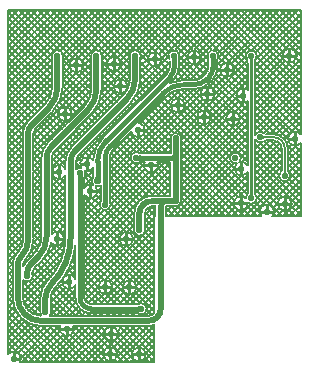
<source format=gbl>
G04 Layer_Physical_Order=2*
G04 Layer_Color=16711680*
%FSLAX24Y24*%
%MOIN*%
G70*
G01*
G75*
%ADD10C,0.0050*%
%ADD11C,0.0200*%
%ADD12C,0.0100*%
%ADD13C,0.0150*%
%ADD40C,0.0220*%
%ADD41C,0.0200*%
G36*
X3180Y6312D02*
X3180Y6245D01*
X3027Y6252D01*
X3027Y6253D01*
X3028Y6256D01*
X3028Y6259D01*
X3029Y6271D01*
X3030Y6321D01*
X3180Y6312D01*
D02*
G37*
G36*
X2597Y6350D02*
X2596Y6348D01*
X2596Y6345D01*
X2595Y6317D01*
X2595Y6284D01*
X2445D01*
X2443Y6351D01*
X2597D01*
X2597Y6350D01*
D02*
G37*
G36*
X9375Y6510D02*
X9375Y6502D01*
X9377Y6493D01*
X9379Y6484D01*
X9383Y6474D01*
X9387Y6465D01*
X9393Y6455D01*
X9399Y6444D01*
X9415Y6423D01*
X9424Y6411D01*
X9270Y6425D01*
X9281Y6434D01*
X9290Y6443D01*
X9298Y6452D01*
X9305Y6461D01*
X9311Y6470D01*
X9316Y6479D01*
X9320Y6488D01*
X9323Y6497D01*
X9324Y6506D01*
X9325Y6515D01*
X9375Y6510D01*
D02*
G37*
G36*
X4481Y1836D02*
X4480Y1837D01*
X4478Y1837D01*
X4475Y1837D01*
X4447Y1838D01*
X4414Y1838D01*
Y1988D01*
X4481Y1990D01*
Y1836D01*
D02*
G37*
G36*
X3440Y5522D02*
X3440Y5455D01*
X3287Y5462D01*
X3287Y5463D01*
X3288Y5466D01*
X3288Y5469D01*
X3289Y5481D01*
X3290Y5531D01*
X3440Y5522D01*
D02*
G37*
G36*
X8280Y5753D02*
X8282Y5732D01*
X8284Y5722D01*
X8287Y5713D01*
X8290Y5705D01*
X8293Y5697D01*
X8297Y5690D01*
X8302Y5684D01*
X8307Y5679D01*
X8153D01*
X8158Y5684D01*
X8163Y5690D01*
X8167Y5697D01*
X8170Y5705D01*
X8173Y5713D01*
X8176Y5722D01*
X8178Y5732D01*
X8179Y5742D01*
X8180Y5753D01*
X8180Y5764D01*
X8280D01*
X8280Y5753D01*
D02*
G37*
G36*
X8282Y10275D02*
X8282Y10271D01*
X8307D01*
X8302Y10266D01*
X8297Y10260D01*
X8293Y10253D01*
X8290Y10245D01*
X8287Y10237D01*
X8284Y10228D01*
X8282Y10218D01*
X8281Y10208D01*
X8281Y10203D01*
X8280Y10124D01*
X8180D01*
X8178Y10212D01*
X8178Y10218D01*
X8176Y10228D01*
X8173Y10237D01*
X8170Y10245D01*
X8167Y10253D01*
X8163Y10260D01*
X8158Y10266D01*
X8153Y10271D01*
X8177D01*
X8177Y10277D01*
X8283D01*
X8282Y10275D01*
D02*
G37*
G36*
X5735Y10214D02*
X5585Y10195D01*
X5585Y10208D01*
X5581Y10263D01*
X5580Y10265D01*
X5734Y10279D01*
X5735Y10214D01*
D02*
G37*
G36*
X7027Y10270D02*
X7026Y10268D01*
X7026Y10265D01*
X7025Y10237D01*
X7025Y10204D01*
X6875D01*
X6873Y10271D01*
X7027D01*
X7027Y10270D01*
D02*
G37*
G36*
X4480Y7027D02*
X4482Y7026D01*
X4485Y7026D01*
X4513Y7025D01*
X4546Y7025D01*
Y6875D01*
X4479Y6873D01*
Y7027D01*
X4480Y7027D01*
D02*
G37*
G36*
X5641Y6873D02*
X5640Y6873D01*
X5638Y6874D01*
X5635Y6874D01*
X5607Y6875D01*
X5574Y6875D01*
Y7025D01*
X5641Y7027D01*
Y6873D01*
D02*
G37*
G36*
X8619Y7697D02*
X8638Y7680D01*
X8648Y7674D01*
X8658Y7668D01*
X8667Y7663D01*
X8676Y7660D01*
X8685Y7657D01*
X8694Y7656D01*
X8703Y7655D01*
Y7605D01*
X8694Y7604D01*
X8685Y7603D01*
X8676Y7600D01*
X8667Y7597D01*
X8658Y7592D01*
X8648Y7586D01*
X8638Y7580D01*
X8629Y7572D01*
X8619Y7563D01*
X8609Y7553D01*
Y7707D01*
X8619Y7697D01*
D02*
G37*
D10*
X9340Y6340D02*
G03*
X9350Y6350I0J10D01*
G01*
Y7250D02*
G03*
X8970Y7630I-380J0D01*
G01*
X5720Y6940D02*
G03*
X5696Y6950I-24J-24D01*
G01*
X509Y125D02*
G03*
X545Y250I-199J125D01*
G01*
D02*
G03*
X125Y395I-235J0D01*
G01*
X275Y2280D02*
G03*
X1220Y1335I945J0D01*
G01*
X625Y2280D02*
G03*
X1220Y1685I595J0D01*
G01*
X1515D02*
G03*
X1555Y1800I-145J115D01*
G01*
X1195Y1860D02*
G03*
X1225Y1685I175J-60D01*
G01*
X1555Y1800D02*
G03*
X1545Y1860I-185J0D01*
G01*
X945Y3000D02*
G03*
X935Y3060I-185J0D01*
G01*
X625Y2874D02*
G03*
X945Y3000I135J126D01*
G01*
X935Y3097D02*
G03*
X932Y3131I-175J0D01*
G01*
X935Y3097D02*
G03*
X932Y3131I-175J0D01*
G01*
X994Y3256D02*
G03*
X932Y3131I154J-154D01*
G01*
X1694Y2616D02*
G03*
X1545Y2257I359J-359D01*
G01*
X1446Y2864D02*
G03*
X1195Y2257I607J-607D01*
G01*
X446Y3794D02*
G03*
X275Y3380I413J-413D01*
G01*
X746Y3504D02*
G03*
X625Y3324I401J-401D01*
G01*
X694Y3546D02*
G03*
X625Y3380I166J-166D01*
G01*
X694Y3546D02*
G03*
X965Y4200I-655J655D01*
G01*
X446Y3794D02*
G03*
X615Y4200I-407J407D01*
G01*
X615Y4320D02*
G03*
X615Y4200I175J-60D01*
G01*
X1241Y3503D02*
G03*
X1563Y4108I-831J831D01*
G01*
X993Y3751D02*
G03*
X1235Y4334I-583J583D01*
G01*
X1563Y4108D02*
G03*
X1985Y4250I187J142D01*
G01*
X965Y4200D02*
G03*
X975Y4260I-175J60D01*
G01*
D02*
G03*
X965Y4320I-185J0D01*
G01*
X1985Y4250D02*
G03*
X1585Y4417I-235J0D01*
G01*
X1865Y1335D02*
G03*
X2315Y1240I215J-95D01*
G01*
D02*
G03*
X2295Y1335I-235J0D01*
G01*
X2370Y2280D02*
G03*
X2887Y1763I517J0D01*
G01*
X3765Y400D02*
G03*
X3765Y400I-235J0D01*
G01*
X3795Y1080D02*
G03*
X3795Y1080I-235J0D01*
G01*
X2670Y2280D02*
G03*
X2887Y2063I217J0D01*
G01*
X1694Y2616D02*
G03*
X2370Y4019I-1669J1669D01*
G01*
X1447Y2864D02*
G03*
X2035Y4284I-1422J1421D01*
G01*
X2370Y2915D02*
G03*
X2370Y2705I-210J-105D01*
G01*
X2035Y5240D02*
G03*
X2035Y5120I175J-60D01*
G01*
X3595Y2640D02*
G03*
X3595Y2640I-235J0D01*
G01*
X3213Y5492D02*
G03*
X3545Y5380I147J-112D01*
G01*
X615Y6540D02*
G03*
X615Y6420I175J-60D01*
G01*
X965D02*
G03*
X975Y6480I-175J60D01*
G01*
D02*
G03*
X965Y6540I-185J0D01*
G01*
X1235Y6640D02*
G03*
X1235Y6520I175J-60D01*
G01*
X1585D02*
G03*
X1595Y6580I-175J60D01*
G01*
X2035Y6585D02*
G03*
X2035Y6355I-205J-115D01*
G01*
X1595Y6580D02*
G03*
X1585Y6640I-185J0D01*
G01*
X1436Y7434D02*
G03*
X1235Y6948I486J-486D01*
G01*
X1683Y7186D02*
G03*
X1585Y6948I239J-238D01*
G01*
X2228Y7295D02*
G03*
X2035Y6830I465J-465D01*
G01*
X1034Y7914D02*
G03*
X965Y7748I166J-166D01*
G01*
X786Y8161D02*
G03*
X615Y7748I413J-413D01*
G01*
X2255Y8400D02*
G03*
X2255Y8400I-235J0D01*
G01*
X1353Y8728D02*
G03*
X1595Y9312I-583J583D01*
G01*
X1601Y8481D02*
G03*
X1945Y9312I-831J831D01*
G01*
X1955Y10350D02*
G03*
X1595Y10290I-185J0D01*
G01*
X1945D02*
G03*
X1955Y10350I-175J60D01*
G01*
X2672Y6324D02*
G03*
X2705Y6430I-152J106D01*
G01*
X2565Y6610D02*
G03*
X2385Y6556I-45J-180D01*
G01*
X2705Y6430D02*
G03*
X2683Y6518I-185J0D01*
G01*
X2670Y5707D02*
G03*
X3105Y5830I200J123D01*
G01*
X2963Y6046D02*
G03*
X2670Y5953I-93J-216D01*
G01*
X2683Y6518D02*
G03*
X2955Y6609I77J222D01*
G01*
X2475Y7048D02*
G03*
X2385Y6830I218J-218D01*
G01*
X2956Y6869D02*
G03*
X2565Y6610I-196J-129D01*
G01*
X3105Y5830D02*
G03*
X3036Y5996I-235J0D01*
G01*
D02*
G03*
X3215Y6025I64J174D01*
G01*
X2953Y6282D02*
G03*
X2963Y6046I147J-112D01*
G01*
X3292Y7624D02*
G03*
X2956Y6869I813J-813D01*
G01*
X3636Y7234D02*
G03*
X3515Y6942I293J-292D01*
G01*
X2635Y10030D02*
G03*
X2635Y10030I-235J0D01*
G01*
X2901Y8403D02*
G03*
X3245Y9234I-831J831D01*
G01*
X2653Y8651D02*
G03*
X2895Y9234I-583J583D01*
G01*
X3255Y10350D02*
G03*
X2895Y10290I-185J0D01*
G01*
X3885Y10070D02*
G03*
X3885Y10070I-235J0D01*
G01*
X3245Y10290D02*
G03*
X3255Y10350I-175J60D01*
G01*
X4405Y2630D02*
G03*
X4405Y2630I-235J0D01*
G01*
X4715Y390D02*
G03*
X4715Y390I-235J0D01*
G01*
X4745Y1913D02*
G03*
X4456Y2066I-185J0D01*
G01*
X4454Y1762D02*
G03*
X4745Y1913I106J152D01*
G01*
X4810Y1335D02*
G03*
X5000Y1367I0J575D01*
G01*
X4810Y1685D02*
G03*
X5000Y1789I0J225D01*
G01*
X4295Y4240D02*
G03*
X4295Y4240I-235J0D01*
G01*
X4328Y4583D02*
G03*
X4688Y4523I175J-60D01*
G01*
X3545Y5380D02*
G03*
X3517Y5478I-185J0D01*
G01*
X4506Y7102D02*
G03*
X4504Y6797I-106J-152D01*
G01*
X4918Y5680D02*
G03*
X4328Y5090I0J-590D01*
G01*
X4682Y6800D02*
G03*
X5125Y6690I208J-110D01*
G01*
X4688Y4523D02*
G03*
X4678Y4583I-185J0D01*
G01*
X4918Y5330D02*
G03*
X4678Y5090I0J-240D01*
G01*
X5036Y5330D02*
G03*
X5035Y5300I384J-30D01*
G01*
X5402Y5330D02*
G03*
X5385Y5300I18J-30D01*
G01*
X5125Y6690D02*
G03*
X5098Y6800I-235J0D01*
G01*
X5648Y5330D02*
G03*
X5893Y5505I60J175D01*
G01*
D02*
G03*
X5883Y5565I-185J0D01*
G01*
X8093Y5724D02*
G03*
X8045Y5597I137J-124D01*
G01*
X8114Y5456D02*
G03*
X8415Y5600I116J144D01*
G01*
X8045Y5597D02*
G03*
X8115Y5430I-165J-167D01*
G01*
X8931Y5000D02*
G03*
X8985Y5150I-181J150D01*
G01*
D02*
G03*
X8569Y5000I-235J0D01*
G01*
X9575Y5420D02*
G03*
X9575Y5420I-235J0D01*
G01*
X8415Y5600D02*
G03*
X8367Y5724I-185J0D01*
G01*
X9216Y6477D02*
G03*
X9525Y6340I124J-137D01*
G01*
D02*
G03*
X9487Y6453I-185J0D01*
G01*
X5883Y6863D02*
G03*
X5905Y6950I-163J87D01*
G01*
D02*
G03*
X5895Y7010I-185J0D01*
G01*
X7885Y6940D02*
G03*
X7754Y6763I-185J0D01*
G01*
Y6763D02*
G03*
X8105Y6464I146J-184D01*
G01*
Y6694D02*
G03*
X7822Y6801I-205J-115D01*
G01*
Y6801D02*
G03*
X7885Y6940I-122J139D01*
G01*
X4221Y7819D02*
G03*
X4685Y7870I229J51D01*
G01*
D02*
G03*
X4501Y8099I-235J0D01*
G01*
X4105Y9330D02*
G03*
X4105Y9330I-235J0D01*
G01*
X4208Y8780D02*
G03*
X4535Y9570I-790J790D01*
G01*
X3961Y9028D02*
G03*
X4185Y9570I-542J542D01*
G01*
X5905Y7590D02*
G03*
X5545Y7530I-185J0D01*
G01*
X5895D02*
G03*
X5905Y7590I-175J60D01*
G01*
X6015Y8690D02*
G03*
X6015Y8690I-235J0D01*
G01*
X6885Y8290D02*
G03*
X6885Y8290I-235J0D01*
G01*
X5994Y9240D02*
G03*
X5393Y8991I0J-850D01*
G01*
X5994Y9540D02*
G03*
X5538Y9445I0J-1150D01*
G01*
X6344Y9240D02*
G03*
X6836Y9444I0J696D01*
G01*
X6344Y9540D02*
G03*
X6624Y9656I0J396D01*
G01*
X5245Y10230D02*
G03*
X5245Y10230I-235J0D01*
G01*
X4535Y10290D02*
G03*
X4545Y10350I-175J60D01*
G01*
D02*
G03*
X4185Y10290I-185J0D01*
G01*
X5625Y9533D02*
G03*
X5810Y9980I-447J447D01*
G01*
X5413Y9745D02*
G03*
X5510Y9980I-236J235D01*
G01*
X6724Y9756D02*
G03*
X6800Y9940I-184J184D01*
G01*
X5835Y10350D02*
G03*
X5507Y10233I-185J0D01*
G01*
X5811Y10258D02*
G03*
X5835Y10350I-161J92D01*
G01*
X6555Y10290D02*
G03*
X6555Y10290I-235J0D01*
G01*
X7855Y8250D02*
G03*
X7855Y8250I-235J0D01*
G01*
X7005Y9070D02*
G03*
X7005Y9070I-235J0D01*
G01*
X8105Y9212D02*
G03*
X8105Y8828I-135J-192D01*
G01*
X8355Y7570D02*
G03*
X8655Y7494I175J60D01*
G01*
X9250Y7250D02*
G03*
X8970Y7530I-280J0D01*
G01*
X9450Y7250D02*
G03*
X8970Y7730I-480J0D01*
G01*
X9875Y7725D02*
G03*
X9875Y7435I-185J-145D01*
G01*
X8655Y7766D02*
G03*
X8355Y7690I-125J-136D01*
G01*
X6936Y9544D02*
G03*
X7100Y9940I-396J396D01*
G01*
X7655Y9880D02*
G03*
X7655Y9880I-235J0D01*
G01*
X7135Y10350D02*
G03*
X6797Y10246I-185J0D01*
G01*
X7102Y10244D02*
G03*
X7135Y10350I-152J106D01*
G01*
X8415D02*
G03*
X8093Y10226I-185J0D01*
G01*
X9735Y10350D02*
G03*
X9735Y10350I-235J0D01*
G01*
X8367Y10226D02*
G03*
X8415Y10350I-137J124D01*
G01*
X8220Y10340D02*
X8230Y10350D01*
X8530Y7630D02*
X8970D01*
X9350Y6350D02*
Y7250D01*
X527Y160D02*
X562Y125D01*
X125Y987D02*
X987Y125D01*
X125Y713D02*
X831Y1419D01*
X125Y774D02*
X774Y125D01*
X125Y562D02*
X220Y467D01*
X125Y1199D02*
X1199Y125D01*
X470Y422D02*
X1383Y1335D01*
X597Y125D02*
X1807Y1335D01*
X470Y422D02*
X1383Y1335D01*
X543Y282D02*
X1595Y1335D01*
X125Y1623D02*
X1623Y125D01*
X125Y1835D02*
X1835Y125D01*
X125Y1411D02*
X1411Y125D01*
X125Y501D02*
X988Y1364D01*
X321Y485D02*
X1172Y1336D01*
X125Y2410D02*
X275Y2560D01*
X125Y2684D02*
X275Y2534D01*
X125Y2198D02*
X275Y2348D01*
X125Y2471D02*
X275Y2321D01*
X125Y3047D02*
X275Y3197D01*
X125Y3320D02*
X275Y3170D01*
X125Y2622D02*
X275Y2772D01*
X125Y3108D02*
X275Y2958D01*
X125Y2896D02*
X275Y2746D01*
X125Y1562D02*
X391Y1827D01*
X125Y1774D02*
X326Y1975D01*
X125Y925D02*
X694Y1495D01*
X125Y1350D02*
X475Y1699D01*
X125Y1138D02*
X576Y1588D01*
X125Y2047D02*
X480Y1692D01*
X125Y1986D02*
X285Y2146D01*
X125Y2835D02*
X275Y2985D01*
X125Y2259D02*
X294Y2090D01*
X635Y2174D02*
X1114Y1694D01*
X824Y1836D02*
X1195Y2208D01*
X1107Y1696D02*
X1187Y1775D01*
X950Y1750D02*
X1195Y1995D01*
X625Y2396D02*
X1188Y1833D01*
X1195Y1860D02*
Y2257D01*
X625Y2608D02*
X1195Y2038D01*
X725Y1950D02*
X1215Y2439D01*
X1022Y125D02*
X1945Y1048D01*
X810Y125D02*
X1855Y1171D01*
X1686Y1335D02*
X1858Y1163D01*
X1220Y1335D02*
X1865D01*
X1545Y1900D02*
X1760Y1685D01*
X1545Y1860D02*
Y2257D01*
Y2112D02*
X1972Y1685D01*
X625Y2820D02*
X1195Y2250D01*
X625Y2698D02*
X743Y2816D01*
X625Y2280D02*
Y2874D01*
Y3324D02*
Y3380D01*
X935Y3060D02*
Y3097D01*
X829Y2828D02*
X1215Y2442D01*
X1545Y2133D02*
X2028Y2616D01*
X1885Y2833D02*
X1926Y2792D01*
X1554Y2355D02*
X1937Y2737D01*
X655Y2092D02*
X1602Y3039D01*
X934Y2936D02*
X1267Y2602D01*
X935Y3147D02*
X1343Y2739D01*
X1016Y3278D02*
X1438Y2855D01*
X125Y3532D02*
X275Y3382D01*
X125Y3744D02*
X305Y3564D01*
X275Y2280D02*
Y3380D01*
X125Y3259D02*
X276Y3410D01*
X125Y3471D02*
X422Y3768D01*
X125Y3956D02*
X375Y3707D01*
X125Y395D02*
Y11875D01*
Y3683D02*
X614Y4172D01*
X625Y2274D02*
X1892Y3541D01*
X635Y3447D02*
X671Y3410D01*
X720Y3574D02*
X768Y3526D01*
X625Y2486D02*
X1987Y3848D01*
X746Y3504D02*
X993Y3751D01*
X813Y3693D02*
X874Y3632D01*
X888Y3830D02*
X980Y3738D01*
X125Y4169D02*
X472Y3821D01*
X125Y4381D02*
X557Y3949D01*
X125Y3895D02*
X615Y4385D01*
X125Y4319D02*
X615Y4809D01*
X125Y4956D02*
X615Y5446D01*
X125Y4107D02*
X615Y4597D01*
X125Y4593D02*
X608Y4110D01*
X125Y4805D02*
X614Y4316D01*
X125Y4532D02*
X615Y5022D01*
X125Y5229D02*
X615Y4739D01*
X869Y3791D02*
X1210Y4131D01*
X125Y5017D02*
X615Y4527D01*
X940Y3989D02*
X1079Y3851D01*
X125Y4744D02*
X615Y5234D01*
X125Y5441D02*
X615Y4951D01*
Y4320D02*
Y6420D01*
X125Y5168D02*
X615Y5658D01*
X125Y5653D02*
X615Y5163D01*
X1122Y3384D02*
X1541Y2965D01*
X994Y3256D02*
X1241Y3503D01*
X1228Y3490D02*
X1635Y3082D01*
X1549Y4047D02*
X1585Y4083D01*
X965Y4177D02*
X1157Y3985D01*
X959Y4092D02*
X1235Y4369D01*
X965Y4389D02*
X1212Y4142D01*
X1329Y3601D02*
X1722Y3208D01*
X1367Y3652D02*
X1731Y4016D01*
X1416Y3726D02*
X1800Y3342D01*
X1488Y3866D02*
X1869Y3485D01*
X1763Y4015D02*
X1976Y3802D01*
X944Y3017D02*
X2026Y4100D01*
X1543Y4023D02*
X1928Y3638D01*
X1911Y4079D02*
X2012Y3979D01*
X967Y4313D02*
X1235Y4581D01*
X965Y4601D02*
X1235Y4331D01*
X965Y4523D02*
X1235Y4793D01*
X965Y4813D02*
X1235Y4543D01*
X965Y5238D02*
X1235Y4968D01*
X965Y4320D02*
Y6420D01*
Y5159D02*
X1235Y5429D01*
Y4334D02*
Y6520D01*
X1585Y4618D02*
X1720Y4483D01*
X965Y4735D02*
X1235Y5005D01*
X965Y5026D02*
X1235Y4756D01*
X965Y4947D02*
X1235Y5217D01*
X1585Y4417D02*
Y6520D01*
X965Y5450D02*
X1235Y5180D01*
X1585Y4719D02*
X2026Y5160D01*
X1261Y1335D02*
X2471Y125D01*
X1234D02*
X2117Y1008D01*
X1030Y1354D02*
X2259Y125D01*
X632Y1540D02*
X2047Y125D01*
X1658D02*
X2868Y1335D01*
X1446Y125D02*
X2656Y1335D01*
X1474D02*
X2684Y125D01*
X2003Y1018D02*
X2896Y125D01*
X509D02*
X5000D01*
X2507D02*
X3352Y970D01*
X2197Y1036D02*
X3108Y125D01*
X2296Y1149D02*
X3320Y125D01*
X2082D02*
X3292Y1335D01*
X1870Y125D02*
X3080Y1335D01*
X2294Y125D02*
X3346Y1176D01*
X2322Y1335D02*
X3299Y358D01*
X2534Y1335D02*
X3336Y533D01*
X1733Y1685D02*
X2370Y2322D01*
X1549Y2320D02*
X2184Y1685D01*
X1521D02*
X2370Y2534D01*
X1545Y1921D02*
X2203Y2579D01*
X1733Y1685D02*
X2370Y2322D01*
X2305Y2625D02*
X2370Y2560D01*
X2142Y2576D02*
X2370Y2348D01*
X2295Y1335D02*
X4810D01*
X1515Y1685D02*
X4810D01*
X2312Y1203D02*
X2444Y1335D01*
X2370Y1685D02*
X2562Y1878D01*
X2582Y1685D02*
X2696Y1800D01*
X1686Y2608D02*
X2609Y1685D01*
X1598Y2483D02*
X2396Y1685D01*
X1945D02*
X2392Y2132D01*
X2157Y1685D02*
X2460Y1988D01*
X2931Y125D02*
X3331Y525D01*
X2719Y125D02*
X3461Y867D01*
X3355Y125D02*
X3422Y191D01*
X3143Y125D02*
X3318Y300D01*
X2746Y1335D02*
X3458Y624D01*
X3171Y1335D02*
X3341Y1165D01*
X3383Y1335D02*
X3437Y1280D01*
X3464Y1294D02*
X3504Y1335D01*
X3430Y1685D02*
X3509Y1763D01*
X3488Y169D02*
X3532Y125D01*
X2959Y1335D02*
X4169Y125D01*
X3405Y599D02*
X3690Y884D01*
X2794Y1685D02*
X2872Y1764D01*
X2712Y1794D02*
X2821Y1685D01*
X3166Y1763D02*
X3245Y1685D01*
X2954Y1763D02*
X3033Y1685D01*
X3006D02*
X3084Y1763D01*
X2670Y2472D02*
X3079Y2063D01*
X2671Y2259D02*
X2865Y2065D01*
X2682Y2209D02*
X3125Y2653D01*
X2777Y2093D02*
X3177Y2492D01*
X2887Y1763D02*
X4406D01*
X2887Y2063D02*
X4405D01*
X3218Y1685D02*
X3297Y1763D01*
X3379D02*
X3457Y1685D01*
X3373Y2405D02*
X3715Y2063D01*
X2960D02*
X3308Y2411D01*
X3384Y2063D02*
X3936Y2615D01*
X2370Y2280D02*
Y2705D01*
X2057Y3085D02*
X2104Y3038D01*
X2258Y3521D02*
X2370Y3408D01*
X2199Y3367D02*
X2370Y3196D01*
X1789Y2717D02*
X2400Y2105D01*
X2670Y2684D02*
X3291Y2063D01*
X2233Y3033D02*
X2370Y3170D01*
X2132Y3222D02*
X2370Y2984D01*
Y2915D02*
Y4019D01*
X2034Y3046D02*
X2370Y3383D01*
X2670Y2622D02*
X4053Y4005D01*
X2670Y2834D02*
X3902Y4066D01*
X2670Y2622D02*
X4053Y4005D01*
X1585Y4830D02*
X2035Y4380D01*
X1774Y4484D02*
X2035Y4745D01*
X1983Y4220D02*
X2032Y4171D01*
X1917Y4415D02*
X2035Y4532D01*
X1984Y4269D02*
X2035Y4320D01*
X1585Y4507D02*
X2035Y4957D01*
X1585Y5042D02*
X2035Y4592D01*
Y4285D02*
Y5120D01*
X1585Y5678D02*
X2032Y5231D01*
X1585Y5143D02*
X2035Y5593D01*
X2236Y3461D02*
X2370Y3595D01*
X2307Y3684D02*
X2370Y3621D01*
X2346Y3857D02*
X2370Y3833D01*
X2327Y3763D02*
X2370Y3807D01*
X1585Y5254D02*
X2035Y4804D01*
X1585Y4931D02*
X2035Y5381D01*
X1585Y5466D02*
X2035Y5016D01*
X1585Y5355D02*
X2035Y5805D01*
Y5240D02*
Y6355D01*
X2670Y2896D02*
X3503Y2063D01*
X2670Y3108D02*
X3125Y2653D01*
X2670Y2280D02*
Y5707D01*
Y4169D02*
X4025Y2815D01*
X2670Y3957D02*
X3942Y2685D01*
X2670Y3321D02*
X3189Y2801D01*
X2670Y3533D02*
X3330Y2873D01*
X2670Y3745D02*
X4351Y2063D01*
X2670Y4381D02*
X4187Y2864D01*
X3172Y2063D02*
X5000Y3891D01*
X3347Y2875D02*
X5000Y4528D01*
X3507Y2823D02*
X5000Y4315D01*
X2670Y5018D02*
X5000Y2688D01*
X2670Y5230D02*
X5000Y2900D01*
X2670Y4593D02*
X5000Y2263D01*
X2670Y4806D02*
X5000Y2476D01*
X2670Y2410D02*
X5000Y4740D01*
X2670Y3046D02*
X3828Y4204D01*
X2670Y4531D02*
X3336Y5197D01*
X2670Y5442D02*
X3829Y4283D01*
X2670Y4743D02*
X3205Y5278D01*
X3340Y5196D02*
X4061Y4475D01*
X2670Y5654D02*
X3906Y4418D01*
X2670Y4955D02*
X3213Y5498D01*
X2670Y5167D02*
X3215Y5712D01*
X2933Y5604D02*
X3176Y5360D01*
X2670Y3258D02*
X4328Y4916D01*
X2670Y3470D02*
X4329Y5129D01*
X3495Y5253D02*
X5000Y3748D01*
X3515Y5870D02*
X4328Y5057D01*
X3515Y5658D02*
X4328Y4845D01*
X2670Y3895D02*
X5533Y6758D01*
X2670Y4107D02*
X5363Y6800D01*
X2670Y3683D02*
X5533Y6546D01*
X3515Y6082D02*
X4349Y5248D01*
X2670Y4319D02*
X4818Y6466D01*
X125Y6078D02*
X615Y5588D01*
X125Y5592D02*
X615Y6082D01*
X125Y5866D02*
X615Y5376D01*
X125Y5380D02*
X615Y5870D01*
X125Y6714D02*
X615Y6224D01*
X125Y6229D02*
X615Y6719D01*
X125Y6290D02*
X615Y5800D01*
X125Y6017D02*
X606Y6497D01*
X125Y5804D02*
X615Y6294D01*
X965Y5796D02*
X1235Y6066D01*
X965Y6086D02*
X1235Y5816D01*
X965Y5372D02*
X1235Y5642D01*
X965Y5874D02*
X1235Y5604D01*
X965Y5662D02*
X1235Y5392D01*
X125Y6502D02*
X615Y6012D01*
X965Y6008D02*
X1235Y6278D01*
X965Y6220D02*
X1235Y6490D01*
X965Y6298D02*
X1235Y6028D01*
X125Y7138D02*
X615Y6648D01*
X125Y6653D02*
X615Y7143D01*
X125Y6441D02*
X615Y6931D01*
X125Y6926D02*
X609Y6442D01*
X125Y7351D02*
X615Y6861D01*
X125Y7563D02*
X615Y7073D01*
Y6540D02*
Y7748D01*
X125Y7775D02*
X615Y7285D01*
X125Y7077D02*
X615Y7567D01*
X965Y6644D02*
X1235Y6914D01*
X965Y6935D02*
X1235Y6665D01*
X965Y6723D02*
X1235Y6453D01*
X965Y6857D02*
X1269Y7160D01*
X125Y6865D02*
X615Y7355D01*
X965Y6540D02*
Y7748D01*
Y7147D02*
X1235Y6877D01*
X965Y7571D02*
X1299Y7237D01*
X965Y5584D02*
X1235Y5854D01*
X1585Y5992D02*
X1828Y6235D01*
X1585Y6204D02*
X1675Y6294D01*
X974Y6502D02*
X1235Y6241D01*
X970Y6437D02*
X1235Y6702D01*
X1585Y5891D02*
X2035Y5441D01*
X1585Y5567D02*
X2035Y6017D01*
X1585Y6103D02*
X2035Y5653D01*
X1873Y6239D02*
X2035Y6077D01*
X1585Y5779D02*
X2035Y6229D01*
X1585Y6315D02*
X2035Y5865D01*
X2008Y6316D02*
X2035Y6289D01*
X2385Y6556D02*
Y6830D01*
X1235Y6640D02*
Y6948D01*
X2006Y6625D02*
X2035Y6654D01*
X1585Y6640D02*
Y6948D01*
Y6739D02*
X1676Y6648D01*
X965Y7359D02*
X1247Y7077D01*
X1585Y6951D02*
X1831Y6705D01*
X1631Y7118D02*
X2035Y6713D01*
X1588Y6631D02*
X2134Y7177D01*
X1729Y7231D02*
X2041Y6919D01*
X2035Y6585D02*
Y6830D01*
X1871Y6701D02*
X2036Y6867D01*
X1835Y7338D02*
X2087Y7086D01*
X1941Y7444D02*
X2164Y7221D01*
X2047Y7550D02*
X2265Y7332D01*
X2153Y7656D02*
X2371Y7438D01*
X2153Y7656D02*
X2371Y7438D01*
X125Y8199D02*
X615Y7709D01*
X125Y8411D02*
X635Y7901D01*
X125Y7289D02*
X616Y7780D01*
X125Y7987D02*
X615Y7497D01*
X125Y9260D02*
X1005Y8380D01*
X125Y9472D02*
X1111Y8486D01*
X125Y8623D02*
X699Y8049D01*
X125Y8835D02*
X793Y8168D01*
X125Y9048D02*
X899Y8274D01*
X125Y8138D02*
X1595Y9608D01*
X125Y9684D02*
X1217Y8592D01*
X125Y7501D02*
X1382Y8759D01*
X125Y7714D02*
X1583Y9172D01*
X125Y7926D02*
X1595Y9396D01*
X125Y8562D02*
X1595Y10032D01*
X125Y8774D02*
X1595Y10244D01*
X125Y8350D02*
X1595Y9820D01*
X125Y9684D02*
X1217Y8592D01*
X125Y9896D02*
X1323Y8698D01*
X125Y11320D02*
X680Y11875D01*
X125Y11532D02*
X468Y11875D01*
X125Y10108D02*
X1424Y8809D01*
X125Y10320D02*
X1506Y8939D01*
X125Y10532D02*
X1565Y9092D01*
X125Y10683D02*
X1317Y11875D01*
X125Y10896D02*
X1104Y11875D01*
X125Y10471D02*
X1529Y11875D01*
X125Y11744D02*
X256Y11875D01*
X125Y11108D02*
X892Y11875D01*
X125Y11381D02*
X1595Y9911D01*
X125Y11593D02*
X1595Y10123D01*
X125Y10745D02*
X1594Y9275D01*
X125Y11169D02*
X1595Y9699D01*
X125Y10957D02*
X1595Y9487D01*
X125Y10047D02*
X1953Y11875D01*
X125Y10259D02*
X1741Y11875D01*
X125Y9623D02*
X2377Y11875D01*
X125Y11805D02*
X1585Y10345D01*
X125Y9835D02*
X2165Y11875D01*
X967Y7781D02*
X1379Y7369D01*
X1040Y7920D02*
X1481Y7479D01*
X1146Y8026D02*
X1588Y7585D01*
X786Y8161D02*
X1353Y8728D01*
X965Y7493D02*
X1797Y8325D01*
X1034Y7914D02*
X1601Y8481D01*
X1252Y8132D02*
X1694Y7691D01*
X965Y7069D02*
X2066Y8170D01*
X965Y7281D02*
X1889Y8205D01*
X1358Y8238D02*
X1800Y7797D01*
X2064Y8169D02*
X2118Y8115D01*
X2198Y8247D02*
X2224Y8221D01*
X1464Y8344D02*
X1906Y7903D01*
X1464Y8344D02*
X1906Y7903D01*
X1571Y8451D02*
X2012Y8009D01*
X1595Y9312D02*
Y10290D01*
X1673Y8560D02*
X1789Y8444D01*
X1763Y8683D02*
X1867Y8578D01*
X267Y11875D02*
X1651Y10492D01*
X480Y11875D02*
X1829Y10525D01*
X1945Y9312D02*
Y10290D01*
X1837Y8820D02*
X2023Y8635D01*
X2255Y8403D02*
X2330Y8328D01*
X1945Y9746D02*
X2172Y9973D01*
X692Y11875D02*
X2317Y10250D01*
X1945Y9534D02*
X2256Y9844D01*
X1945Y10197D02*
X2173Y9970D01*
X1945Y10409D02*
X2200Y10154D01*
X2670Y5592D02*
X2724Y5646D01*
X2670Y6078D02*
X2730Y6019D01*
X2670Y5953D02*
Y6276D01*
X2671Y6283D02*
X2672Y6316D01*
X2700Y6471D02*
X2736Y6506D01*
X2670Y5380D02*
X2886Y5596D01*
X2670Y6016D02*
X2953Y6299D01*
X2670Y6228D02*
X2955Y6513D01*
X2672Y6289D02*
X2897Y6063D01*
X2700Y6473D02*
X2930Y6243D01*
X2385Y6579D02*
X2526Y6720D01*
X2385Y6788D02*
X2563Y6610D01*
X2417Y6967D02*
X2546Y6838D01*
X2259Y7762D02*
X2477Y7544D01*
X2365Y7868D02*
X2583Y7650D01*
X2512Y7085D02*
X2649Y6947D01*
X2471Y7974D02*
X2689Y7756D01*
X2618Y7191D02*
X2853Y6956D01*
X2618Y7191D02*
X2853Y6956D01*
X2724Y7297D02*
X2979Y7043D01*
X2780Y6974D02*
X3033Y7228D01*
X1684Y7186D02*
X2901Y8403D01*
X2578Y8080D02*
X2795Y7862D01*
X2830Y7403D02*
X3026Y7208D01*
X2684Y8186D02*
X2901Y7969D01*
X2790Y8292D02*
X3007Y8075D01*
X3059Y5690D02*
X3214Y5534D01*
X3213Y5492D02*
X3214Y5532D01*
X3103Y5857D02*
X3215Y5745D01*
Y5541D02*
Y6025D01*
X3173Y6000D02*
X3215Y5958D01*
X3104Y5814D02*
X3215Y5925D01*
X3515Y6506D02*
X4507Y5514D01*
X3515Y6718D02*
X4629Y5605D01*
X3515Y6294D02*
X4413Y5396D01*
X3516Y5522D02*
X3517Y5478D01*
X3515Y6294D02*
X4413Y5396D01*
X3515Y5529D02*
Y6942D01*
Y6930D02*
X4781Y5664D01*
X3515Y5588D02*
X4659Y6732D01*
X3515Y6012D02*
X4298Y6796D01*
X3515Y5800D02*
X4512Y6797D01*
X2858Y6526D02*
X2955Y6430D01*
X2953Y6282D02*
X2954Y6322D01*
X2955Y6331D02*
Y6609D01*
X2925Y6907D02*
X2963Y6945D01*
X2936Y7509D02*
X3091Y7354D01*
X2896Y8398D02*
X3113Y8181D01*
X3043Y7615D02*
X3173Y7484D01*
X2996Y8510D02*
X3219Y8287D01*
X3149Y7721D02*
X3269Y7601D01*
X3515Y6225D02*
X4217Y6926D01*
X3515Y6861D02*
X4325Y7671D01*
X3515Y6649D02*
X4509Y7642D01*
X3255Y7827D02*
X3375Y7707D01*
X3082Y8637D02*
X3325Y8393D01*
X3515Y6437D02*
X5608Y8530D01*
X3361Y7933D02*
X3481Y7813D01*
X3467Y8039D02*
X3587Y7919D01*
X1436Y7434D02*
X2653Y8651D01*
X1895Y8974D02*
X2436Y8434D01*
X2250Y8354D02*
X2843Y8947D01*
X1934Y9148D02*
X2542Y8540D01*
X1945Y9985D02*
X2875Y9055D01*
X125Y9199D02*
X2801Y11875D01*
X1945Y9349D02*
X2648Y8646D01*
X1945Y9561D02*
X2745Y8761D01*
X1945Y9773D02*
X2822Y8896D01*
X1585Y6840D02*
X3842Y9097D01*
X1611Y7079D02*
X3700Y9168D01*
X2228Y7295D02*
X3960Y9028D01*
X2215Y8531D02*
X2895Y9210D01*
X2095Y8623D02*
X2895Y9423D01*
X965Y7705D02*
X2895Y9635D01*
X125Y8986D02*
X3014Y11875D01*
X2385Y6792D02*
X5502Y9909D01*
X1923Y9088D02*
X2895Y10059D01*
X1807Y8759D02*
X2895Y9847D01*
X1945Y9321D02*
X2419Y9796D01*
X2340Y9803D02*
X2895Y9247D01*
X125Y9411D02*
X2589Y11875D01*
X904D02*
X2895Y9884D01*
X1328Y11875D02*
X2888Y10315D01*
X1945Y9958D02*
X3862Y11875D01*
X125D02*
X9875D01*
X1945Y10170D02*
X3650Y11875D01*
X1964D02*
X3555Y10285D01*
X2177Y11875D02*
X3805Y10247D01*
X1116Y11875D02*
X2895Y10096D01*
X1540Y11875D02*
X2937Y10478D01*
X1951Y10388D02*
X3438Y11875D01*
X1752D02*
X3094Y10533D01*
X1862Y10511D02*
X3226Y11875D01*
X3153Y8778D02*
X3431Y8499D01*
X3207Y8936D02*
X3537Y8605D01*
X2524Y9830D02*
X2895Y9460D01*
X2620Y9947D02*
X2895Y9672D01*
Y9234D02*
Y10290D01*
X3245Y9234D02*
Y10290D01*
Y9561D02*
X3544Y9860D01*
X2475Y7048D02*
X4208Y8780D01*
X3185Y8865D02*
X3635Y9315D01*
X3239Y9116D02*
X3644Y8711D01*
X3245Y9322D02*
X3750Y8817D01*
X3245Y9534D02*
X3856Y8923D01*
X3241Y9132D02*
X4185Y10077D01*
X3245Y9958D02*
X3705Y9498D01*
X3292Y7624D02*
X5413Y9745D01*
X3245Y9746D02*
X3636Y9355D01*
X3245Y9349D02*
X3757Y9861D01*
X3245Y9773D02*
X3439Y9967D01*
X2634Y10011D02*
X2895Y10271D01*
X3245Y10170D02*
X3431Y9984D01*
X3245Y9985D02*
X3445Y10185D01*
X2457Y10258D02*
X4074Y11875D01*
X3253Y10374D02*
X3444Y10183D01*
X3237Y11875D02*
X4793Y10320D01*
X3143Y10520D02*
X4499Y11875D01*
X3245Y10197D02*
X4923Y11875D01*
X3245Y10409D02*
X4711Y11875D01*
X3449D02*
X4891Y10433D01*
X2389Y11875D02*
X4185Y10079D01*
X2586Y10174D02*
X4286Y11875D01*
X2601D02*
X4185Y10291D01*
X2813Y11875D02*
X4219Y10469D01*
X3025Y11875D02*
X4365Y10535D01*
X3663Y206D02*
X3744Y125D01*
X3567D02*
X3629Y187D01*
X3992Y125D02*
X4245Y379D01*
X3754Y328D02*
X3956Y125D01*
X3756Y950D02*
X4141Y1335D01*
X3773Y1179D02*
X3929Y1335D01*
X3645Y861D02*
X4381Y125D01*
X3630Y612D02*
X4353Y1335D01*
X4204Y125D02*
X4308Y230D01*
X3760Y957D02*
X4256Y462D01*
X3786Y1144D02*
X4347Y583D01*
X3743Y301D02*
X4777Y1335D01*
X3739Y508D02*
X4565Y1335D01*
X3779Y125D02*
X5000Y1346D01*
X3807Y1335D02*
X4521Y621D01*
X4019Y1335D02*
X5000Y354D01*
X3595Y1335D02*
X3624Y1306D01*
X3591Y1763D02*
X3669Y1685D01*
X3670Y1288D02*
X3717Y1335D01*
X3642Y1685D02*
X3721Y1763D01*
X3597Y2063D02*
X4000Y2467D01*
X3521Y2469D02*
X3927Y2063D01*
X4015Y1763D02*
X4093Y1685D01*
X3803Y1763D02*
X3881Y1685D01*
X3854D02*
X3933Y1763D01*
X3809Y2063D02*
X4142Y2397D01*
X3593Y2610D02*
X4139Y2063D01*
X4067Y1685D02*
X4145Y1763D01*
X4225Y2402D02*
X4531Y2096D01*
X4021Y2063D02*
X5000Y3043D01*
X4552Y166D02*
X4593Y125D01*
X4416D02*
X4448Y157D01*
X4840Y125D02*
X5000Y285D01*
X4673Y257D02*
X4805Y125D01*
X4628D02*
X5000Y497D01*
X4491Y625D02*
X5000Y1133D01*
X4711Y431D02*
X5000Y142D01*
X4640Y562D02*
X5000Y921D01*
X4713Y422D02*
X5000Y709D01*
X4231Y1335D02*
X5000Y566D01*
X4443Y1335D02*
X5000Y778D01*
Y125D02*
Y1367D01*
X4865Y1338D02*
X5000Y1203D01*
X4656Y1335D02*
X5000Y991D01*
X4279Y1685D02*
X4357Y1763D01*
X4413Y1762D02*
X4446Y1762D01*
X4658Y1757D02*
X4730Y1685D01*
X4441Y1762D02*
X4518Y1685D01*
X4491D02*
X4536Y1730D01*
X4227Y1763D02*
X4306Y1685D01*
X4411Y2065D02*
X4456Y2066D01*
X4743Y1884D02*
X4916Y1711D01*
X4703Y1685D02*
X5000Y1982D01*
X4662Y2068D02*
X5000Y2406D01*
X4743Y1938D02*
X5000Y2194D01*
X4355Y2485D02*
X5000Y1839D01*
X4233Y2063D02*
X5000Y2831D01*
X4404Y2647D02*
X5000Y2051D01*
X4403Y2658D02*
X5000Y3255D01*
X4448Y2066D02*
X5000Y2618D01*
X3541Y5420D02*
X4328Y4633D01*
X4234Y4398D02*
X4321Y4485D01*
X4328Y4583D02*
Y5090D01*
X4096Y4472D02*
X4328Y4704D01*
X3589Y2692D02*
X5000Y4103D01*
X4103Y4009D02*
X5000Y3112D01*
X4333Y2800D02*
X5000Y3467D01*
X4238Y4086D02*
X5000Y3324D01*
X4185Y2864D02*
X5000Y3679D01*
X4295Y4247D02*
X4410Y4362D01*
X4295Y4247D02*
X4410Y4362D01*
X4295Y4241D02*
X5000Y3536D01*
X4597Y4363D02*
X5000Y3960D01*
X4500Y6794D02*
X4662Y6632D01*
X4504Y6797D02*
X4549Y6799D01*
X4514Y7102D02*
X4547Y7101D01*
X4555Y6800D02*
X4682D01*
X3848Y7446D02*
X4244Y7050D01*
X3550Y7108D02*
X4230Y7788D01*
X3954Y7552D02*
X4373Y7133D01*
X4060Y7658D02*
X4618Y7100D01*
X3543Y5404D02*
X4696Y6557D01*
X3550Y7108D02*
X4977Y5680D01*
X3742Y7340D02*
X5402Y5680D01*
X3636Y7234D02*
X5190Y5680D01*
X4633Y7722D02*
X5255Y7100D01*
X4166Y7764D02*
X4830Y7100D01*
X4502Y7641D02*
X5042Y7100D01*
X4678Y4919D02*
X5000Y4597D01*
X4678Y4629D02*
X5000Y4952D01*
X4684Y4488D02*
X5000Y4173D01*
X4678Y4583D02*
Y5090D01*
Y4629D02*
X5000Y4952D01*
Y1789D02*
Y5000D01*
X4678Y5054D02*
X4954Y5330D01*
X4678Y4707D02*
X5000Y4385D01*
X4681Y5128D02*
X5000Y4809D01*
X4681Y5128D02*
X5000Y4809D01*
Y5000D02*
X5035D01*
X5385Y5060D02*
X5445Y5000D01*
X4678Y4841D02*
X5035Y5199D01*
X4755Y5266D02*
X5021Y5000D01*
X5385D02*
Y5300D01*
X4904Y5330D02*
X5035Y5198D01*
Y5000D02*
Y5300D01*
X4918Y5330D02*
X5036D01*
X4918Y5680D02*
X5375D01*
X5304D02*
X5533Y5909D01*
X4685Y7882D02*
X5467Y7100D01*
X5114Y6762D02*
X5151Y6800D01*
X4878Y5679D02*
X5533Y6333D01*
X4832Y6462D02*
X5533Y5761D01*
X5375Y5680D02*
X5533D01*
X5015Y6491D02*
X5533Y5973D01*
X5092Y5680D02*
X5533Y6121D01*
X5110Y6608D02*
X5533Y6185D01*
X5098Y6800D02*
X5533D01*
Y5680D02*
Y6800D01*
X5342D02*
X5533Y6609D01*
X5130Y6800D02*
X5533Y6397D01*
X5540Y5330D02*
X5870Y5000D01*
X5385Y5272D02*
X5658Y5000D01*
X5873Y5421D02*
X6294Y5000D01*
X5756Y5326D02*
X6082Y5000D01*
X5883Y6259D02*
X7142Y5000D01*
X5883Y6472D02*
X7355Y5000D01*
X5883Y5623D02*
X6506Y5000D01*
X5883Y5835D02*
X6718Y5000D01*
X5883Y6047D02*
X6930Y5000D01*
X7169D02*
X7651Y5481D01*
X5385Y5000D02*
X8569D01*
X7806D02*
X8221Y5415D01*
X7382Y5000D02*
X7683Y5302D01*
X7594Y5000D02*
X7802Y5208D01*
X6533Y5000D02*
X7878Y6345D01*
X6321Y5000D02*
X7734Y6413D01*
X8018Y5000D02*
X9219Y6200D01*
X6745Y5000D02*
X8105Y6360D01*
X6957Y5000D02*
X8105Y6148D01*
X5385Y5125D02*
X5590Y5330D01*
X5402D02*
X5648D01*
X7767Y5224D02*
X7991Y5000D01*
X8008Y5627D02*
X8065Y5683D01*
X7984Y5219D02*
X8203Y5000D01*
X8090Y5325D02*
X8415Y5000D01*
X8211Y5416D02*
X8519Y5109D01*
X7829Y5659D02*
X8105Y5936D01*
Y5772D02*
Y6464D01*
X8065Y6411D02*
X8105Y6371D01*
X7919Y6345D02*
X8105Y6159D01*
X8442Y5000D02*
X8525Y5083D01*
X8974Y5078D02*
X9052Y5000D01*
X8355Y5909D02*
X9264Y5000D01*
X8983Y5116D02*
X9149Y5283D01*
X9079Y5000D02*
X9273Y5195D01*
X8931Y5000D02*
X9875D01*
X9715D02*
X9875Y5160D01*
X9284Y5192D02*
X9476Y5000D01*
X9466Y5222D02*
X9688Y5000D01*
X8230D02*
X9393Y6163D01*
X9291Y5000D02*
X9875Y5584D01*
X9561Y5339D02*
X9875Y5025D01*
X9503Y5000D02*
X9875Y5372D01*
X8365Y5474D02*
X8556Y5283D01*
X8410Y5641D02*
X8678Y5374D01*
X8941Y5287D02*
X9107Y5453D01*
X8355Y6121D02*
X9112Y5364D01*
X8355Y6333D02*
X9142Y5546D01*
X8415Y5609D02*
X9155Y6349D01*
X9307Y5653D02*
X9875Y6221D01*
X9565Y5487D02*
X9875Y5796D01*
X9378Y6159D02*
X9875Y5662D01*
X9477Y5611D02*
X9875Y6008D01*
X8817Y5375D02*
X9875Y6433D01*
X9501Y6248D02*
X9875Y5874D01*
X9452Y6509D02*
X9875Y6086D01*
X5883Y6684D02*
X7567Y5000D01*
X5685D02*
X7537Y6852D01*
X6109Y5000D02*
X7666Y6557D01*
X5897Y5000D02*
X7657Y6760D01*
X5883Y5565D02*
Y6863D01*
Y6259D02*
X7640Y8016D01*
X5895Y7096D02*
X7674Y5317D01*
X5883Y6471D02*
X7476Y8064D01*
X5895Y7308D02*
X7669Y5534D01*
X5472Y5000D02*
X8105Y7633D01*
X5883Y5835D02*
X8105Y8057D01*
X5893Y6885D02*
X7779Y5000D01*
X5895Y7520D02*
X7775Y5640D01*
X5883Y5623D02*
X8105Y7845D01*
X5015Y8613D02*
X7989Y5638D01*
X5121Y8719D02*
X8101Y5739D01*
X5883Y5835D02*
X8105Y8057D01*
X5883Y6047D02*
X8105Y8269D01*
X5227Y8825D02*
X8105Y5947D01*
X5239Y7100D02*
X5545Y7406D01*
X4554Y7100D02*
X5545D01*
X5451D02*
X5545Y7194D01*
X4815Y7100D02*
X6611Y8897D01*
X4603Y7100D02*
X6538Y9035D01*
X5895Y7010D02*
Y7530D01*
X5027Y7100D02*
X5536Y7609D01*
X5545Y7100D02*
Y7530D01*
X5883Y6683D02*
X7392Y8193D01*
X6632Y8056D02*
X7595Y7093D01*
X6795Y8105D02*
X7816Y7084D01*
X5807Y8457D02*
X7666Y6598D01*
X5895Y7120D02*
X7741Y8966D01*
X5901Y6914D02*
X7824Y8836D01*
X5949Y8527D02*
X7516Y6960D01*
X6878Y8234D02*
X8105Y7007D01*
X8357Y5763D02*
X9250Y6656D01*
X8355Y5973D02*
X9250Y6868D01*
X8355Y5772D02*
Y7570D01*
Y7394D02*
X9243Y6506D01*
X8355Y6186D02*
X9250Y7081D01*
X8355Y7182D02*
X9159Y6378D01*
X8355Y6398D02*
X9247Y7290D01*
X8355Y6757D02*
X9875Y5237D01*
X8355Y6545D02*
X9259Y5641D01*
X9517Y6287D02*
X9875Y6645D01*
X9481Y6463D02*
X9875Y6857D01*
X9450Y6723D02*
X9875Y6298D01*
X8355Y6969D02*
X9875Y5449D01*
X9250Y6526D02*
Y7250D01*
X9875Y5000D02*
Y7435D01*
X9450Y6520D02*
Y7250D01*
Y6935D02*
X9875Y6510D01*
X7853Y6835D02*
X7875Y6813D01*
X8066Y6745D02*
X8105Y6784D01*
X7844Y7056D02*
X8105Y6795D01*
X7788Y7103D02*
X8105Y7420D01*
Y6694D02*
Y8828D01*
X7880Y6983D02*
X8105Y7208D01*
X7922Y6813D02*
X8105Y6996D01*
X9433Y7376D02*
X9875Y6934D01*
X9450Y7068D02*
X9730Y7348D01*
X9450Y6644D02*
X9875Y7069D01*
X9450Y6856D02*
X9875Y7281D01*
X9450Y7147D02*
X9875Y6722D01*
X8355Y6610D02*
X9180Y7435D01*
X8355Y6822D02*
X9051Y7518D01*
X8515Y7446D02*
X9250Y6711D01*
X8355Y7034D02*
X8851Y7530D01*
X8668Y7505D02*
X9250Y6923D01*
X3636Y7234D02*
X4221Y7819D01*
X3573Y8145D02*
X3693Y8025D01*
X3679Y8251D02*
X3799Y8131D01*
X3785Y8357D02*
X3905Y8237D01*
X3891Y8464D02*
X4011Y8343D01*
X3997Y8570D02*
X4117Y8449D01*
X4424Y7133D02*
X5748Y8457D01*
X4590Y8188D02*
X5545Y7234D01*
X4697Y8294D02*
X5545Y7446D01*
X4803Y8400D02*
X5547Y7656D01*
X4532Y8090D02*
X5566Y9125D01*
X4501Y8099D02*
X5393Y8991D01*
X4909Y8507D02*
X5653Y7762D01*
X4678Y7811D02*
X5545Y8679D01*
X4649Y7995D02*
X5887Y9233D01*
X3895Y9096D02*
X3962Y9029D01*
X4104Y9311D02*
X4130Y9285D01*
X4103Y9358D02*
X4171Y9427D01*
X4032Y9500D02*
X4185Y9652D01*
X4103Y8676D02*
X4223Y8555D01*
X4209Y8782D02*
X4329Y8662D01*
X5333Y8931D02*
X5547Y8717D01*
X4308Y8895D02*
X4435Y8768D01*
X4392Y9023D02*
X4542Y8874D01*
X4460Y9167D02*
X4648Y8980D01*
X4509Y9330D02*
X4754Y9086D01*
X4534Y9518D02*
X4860Y9192D01*
X5855Y7716D02*
X6415Y8276D01*
X6014Y8674D02*
X6416Y8272D01*
X5895Y7332D02*
X6620Y8057D01*
X5900Y7549D02*
X6479Y8128D01*
X5701Y7774D02*
X6762Y8835D01*
X5709Y9191D02*
X6465Y8435D01*
X5880Y9232D02*
X6594Y8518D01*
X5441Y9035D02*
X5617Y8859D01*
X5940Y8862D02*
X6318Y9240D01*
X5565Y9123D02*
X5764Y8924D01*
X5791Y8925D02*
X6106Y9240D01*
X5538Y9445D02*
X5624Y9532D01*
X5602Y9510D02*
X5631Y9481D01*
X5700Y9624D02*
X5801Y9524D01*
X5994Y9540D02*
X6344D01*
X6297Y9240D02*
X6551Y8986D01*
X5994Y9240D02*
X6344D01*
X6493Y9256D02*
X6565Y9184D01*
X6013Y8722D02*
X6567Y9277D01*
X6650Y9311D02*
X6676Y9285D01*
X3763Y9864D02*
X4176Y9452D01*
X3564Y9851D02*
X3851Y9564D01*
X3885Y9565D02*
X4185Y9864D01*
X3865Y9975D02*
X4185Y9654D01*
X3827Y10225D02*
X4185Y9867D01*
X4535Y9570D02*
Y10290D01*
X3859Y9963D02*
X4185Y10289D01*
Y9570D02*
Y10290D01*
X4374Y8993D02*
X5510Y10129D01*
X4535Y9790D02*
X4827Y10082D01*
X4535Y9729D02*
X4966Y9298D01*
X4535Y9578D02*
X4958Y10001D01*
X4535Y9941D02*
X5072Y9404D01*
X4512Y9342D02*
X5471Y10302D01*
X4535Y10153D02*
X5178Y9510D01*
X4545Y10355D02*
X5284Y9616D01*
X4535Y10002D02*
X4775Y10243D01*
X3535Y10275D02*
X5135Y11875D01*
X3662D02*
X5083Y10453D01*
X3753Y10281D02*
X5347Y11875D01*
X4510D02*
X6085Y10300D01*
X4530Y10422D02*
X5983Y11875D01*
X4535Y10214D02*
X6196Y11875D01*
X4722D02*
X6148Y10450D01*
X4934Y11875D02*
X6287Y10523D01*
X3860Y10176D02*
X5559Y11875D01*
X3874D02*
X5488Y10261D01*
X4086Y11875D02*
X5501Y10460D01*
X4298Y11875D02*
X5638Y10535D01*
X4421Y10525D02*
X5771Y11875D01*
X5809Y9940D02*
X6209Y9540D01*
X5772Y9764D02*
X5997Y9540D01*
X5100Y10013D02*
X5390Y9722D01*
X5213Y10111D02*
X5481Y9844D01*
X5742Y9512D02*
X6287Y10057D01*
X5810Y9980D02*
Y10207D01*
X5766Y9748D02*
X6148Y10130D01*
X6412Y9546D02*
X6800Y9934D01*
X6330Y10055D02*
X6676Y9709D01*
X6624Y9656D02*
X6724Y9756D01*
X6480Y10118D02*
X6773Y9824D01*
X5810Y10151D02*
X6414Y9546D01*
X5835Y10338D02*
X6565Y9608D01*
X5982Y9540D02*
X6767Y10325D01*
X6800Y9940D02*
Y10195D01*
X6194Y9540D02*
X6800Y10146D01*
X5510Y9980D02*
Y10183D01*
X5233Y10303D02*
X5510Y10027D01*
X5810Y10004D02*
X6085Y10280D01*
X5810Y10207D02*
Y10257D01*
X5811Y10258D02*
X5811Y10216D01*
X6553Y10257D02*
X6800Y10009D01*
X6797Y10246D02*
X6799Y10201D01*
X5146Y11875D02*
X6798Y10224D01*
X4997Y10465D02*
X6408Y11875D01*
X5239Y10282D02*
X6832Y11875D01*
X5158Y10413D02*
X6620Y11875D01*
X5359D02*
X6790Y10443D01*
X6884Y8865D02*
X7405Y8344D01*
X6780Y9393D02*
X7703Y8470D01*
X6985Y8976D02*
X7506Y8455D01*
X7677Y8478D02*
X7985Y8785D01*
X7714Y8035D02*
X8105Y7644D01*
X7806Y8394D02*
X8105Y8693D01*
X7825Y8136D02*
X8105Y7856D01*
X7854Y8230D02*
X8105Y8481D01*
X7840Y8333D02*
X8105Y8068D01*
X6084Y9240D02*
X8105Y7219D01*
X6686Y8851D02*
X8105Y7432D01*
X6889Y9496D02*
X8105Y8280D01*
X6812Y8461D02*
X8105Y9754D01*
X6883Y8320D02*
X8105Y9542D01*
X6943Y9229D02*
X7366Y9651D01*
X6836Y9444D02*
X6936Y9544D01*
X6805Y9302D02*
X7236Y9734D01*
X7065Y9745D02*
X7740Y9069D01*
X7079Y9789D02*
X7185Y9895D01*
X8019Y8790D02*
X8105Y8704D01*
X6990Y9607D02*
X8105Y8492D01*
X7371Y9650D02*
X7820Y9201D01*
X8024Y9249D02*
X8105Y9330D01*
X7550Y9684D02*
X7979Y9255D01*
X7642Y9804D02*
X8105Y9341D01*
X8355Y7246D02*
X8556Y7447D01*
X8355Y7458D02*
X8398Y7501D01*
X9098Y7499D02*
X9219Y7378D01*
X8713Y7530D02*
X8970D01*
X8355Y8666D02*
X9455Y7566D01*
X8855Y7530D02*
X9250Y7135D01*
X9449Y7280D02*
X9556Y7387D01*
X9407Y7449D02*
X9466Y7509D01*
X9676Y7345D02*
X9875Y7146D01*
X9837Y7397D02*
X9875Y7359D01*
X9322Y7577D02*
X9875Y8130D01*
X9203Y7670D02*
X9875Y8342D01*
X8355Y8242D02*
X8867Y7730D01*
X8355Y8030D02*
X8576Y7809D01*
X8355Y7818D02*
X8406Y7767D01*
X8713Y7730D02*
X8970D01*
X8355Y8454D02*
X9096Y7713D01*
X8355Y8879D02*
X9507Y7727D01*
X8839Y7730D02*
X9875Y8766D01*
X8355Y9091D02*
X9637Y7809D01*
X8660Y7763D02*
X9875Y8978D01*
X8355Y9303D02*
X9875Y7783D01*
X8355Y7883D02*
X9875Y9403D01*
X9045Y7724D02*
X9875Y8554D01*
X8497Y7812D02*
X9875Y9190D01*
X9761Y7804D02*
X9875Y7918D01*
X8355Y8307D02*
X9875Y9827D01*
X8355Y8307D02*
X9875Y9827D01*
X8355Y9515D02*
X9875Y7995D01*
X8355Y9727D02*
X9875Y8207D01*
X8355Y8095D02*
X9875Y9615D01*
X7100Y9922D02*
X7190Y9831D01*
X7005Y9078D02*
X8102Y10176D01*
X7100Y10134D02*
X7224Y10010D01*
X7649Y9934D02*
X8046Y10331D01*
X7100Y9940D02*
Y10196D01*
X7132Y10314D02*
X7344Y10102D01*
X5783Y11875D02*
X8105Y9553D01*
X5995Y11875D02*
X8105Y9765D01*
X6664Y8525D02*
X8105Y9966D01*
X6207Y11875D02*
X8105Y9977D01*
X7100Y10022D02*
X8953Y11875D01*
X7056D02*
X9875Y9056D01*
X7268Y11875D02*
X9875Y9268D01*
X7480Y11875D02*
X9875Y9480D01*
X7405Y10115D02*
X9165Y11875D01*
X7566Y10064D02*
X9378Y11875D01*
X5698Y10529D02*
X7044Y11875D01*
X5571D02*
X6914Y10532D01*
X7101Y10203D02*
X7102Y10236D01*
X5811Y10218D02*
X7468Y11875D01*
X5815Y10434D02*
X7256Y11875D01*
X6631D02*
X8068Y10439D01*
X6330Y10525D02*
X7681Y11875D01*
X6480Y10462D02*
X7893Y11875D01*
X6419D02*
X8102Y10192D01*
X6553Y10323D02*
X8105Y11875D01*
X8102Y10207D02*
X8104Y10123D01*
X6844Y11875D02*
X8188Y10530D01*
X7102Y10235D02*
X8741Y11875D01*
X6975Y10533D02*
X8317Y11875D01*
X7692D02*
X9271Y10296D01*
X7105Y10451D02*
X8529Y11875D01*
X7904D02*
X9302Y10477D01*
X8355Y9939D02*
X9875Y8419D01*
X8105Y9212D02*
Y10116D01*
X8355Y7690D02*
Y10116D01*
Y8943D02*
X9528Y10117D01*
X8355Y8731D02*
X9875Y10251D01*
X8355Y9155D02*
X9361Y10161D01*
X8355Y9367D02*
X9274Y10286D01*
X8355Y8519D02*
X9875Y10039D01*
X8357Y10150D02*
X9875Y8631D01*
X9446Y10121D02*
X9875Y9692D01*
X9721Y10270D02*
X9875Y10116D01*
X9627Y10152D02*
X9875Y9904D01*
X8355Y9580D02*
X9875Y11100D01*
X8355Y9792D02*
X9875Y11312D01*
Y7725D02*
Y11875D01*
X8355Y10004D02*
X9875Y11524D01*
X8410Y10308D02*
X9875Y8844D01*
X8356Y10123D02*
X8357Y10200D01*
X9733Y10322D02*
X9875Y10463D01*
X8249Y10534D02*
X9590Y11875D01*
X8116D02*
X9420Y10571D01*
X8382Y10455D02*
X9802Y11875D01*
X9389D02*
X9875Y11389D01*
X8378Y10239D02*
X9875Y11736D01*
X9177Y11875D02*
X9875Y11177D01*
X9689Y10489D02*
X9875Y10675D01*
X9813Y11875D02*
X9875Y11813D01*
X9564Y10576D02*
X9875Y10888D01*
X8328Y11875D02*
X9875Y10328D01*
X8541Y11875D02*
X9875Y10541D01*
X8753Y11875D02*
X9875Y10753D01*
X9601Y11875D02*
X9875Y11601D01*
X8965Y11875D02*
X9875Y10965D01*
D11*
X4918Y5505D02*
G03*
X4503Y5090I0J-415D01*
G01*
X5375Y5505D02*
G03*
X5210Y5300I45J-205D01*
G01*
X4810Y1510D02*
G03*
X5210Y1910I0J400D01*
G01*
X1570Y2740D02*
G03*
X1370Y2257I483J-483D01*
G01*
X1570Y2740D02*
G03*
X2210Y4285I-1545J1545D01*
G01*
X450Y2280D02*
G03*
X1220Y1510I770J0D01*
G01*
X1117Y3627D02*
G03*
X1410Y4334I-707J707D01*
G01*
X570Y3670D02*
G03*
X450Y3380I290J-290D01*
G01*
X570Y3670D02*
G03*
X790Y4201I-531J531D01*
G01*
X5720Y6940D02*
G03*
X5708Y6928I0J-12D01*
G01*
X4084Y8904D02*
G03*
X4360Y9570I-666J666D01*
G01*
X2351Y7171D02*
G03*
X2210Y6830I341J-341D01*
G01*
X910Y8037D02*
G03*
X790Y7748I290J-290D01*
G01*
X1477Y8605D02*
G03*
X1770Y9312I-707J707D01*
G01*
X1560Y7310D02*
G03*
X1410Y6948I362J-362D01*
G01*
X2777Y8527D02*
G03*
X3070Y9234I-707J707D01*
G01*
X870Y3380D02*
G03*
X755Y3102I278J-278D01*
G01*
X2210Y4285D02*
Y5180D01*
X790Y4260D02*
Y6480D01*
X1410Y4334D02*
Y6580D01*
X3070Y9234D02*
Y10350D01*
X4360Y9570D02*
Y10350D01*
X5210Y4610D02*
Y5300D01*
X4503Y4523D02*
Y5090D01*
X4918Y5505D02*
X5375D01*
X5708D01*
X5210Y1910D02*
Y4610D01*
X1370Y1800D02*
Y2257D01*
X1220Y1510D02*
X4810D01*
X870Y3380D02*
X1117Y3627D01*
X790Y4201D02*
Y4260D01*
X450Y2280D02*
Y3380D01*
X5708Y5505D02*
Y6928D01*
X5720Y6940D02*
Y6950D01*
Y7590D01*
X2210Y5180D02*
Y6830D01*
X2351Y7171D02*
X4084Y8904D01*
X1770Y9312D02*
Y10350D01*
X790Y6480D02*
Y7748D01*
X910Y8037D02*
X1477Y8605D01*
X1410Y6580D02*
Y6948D01*
X1560Y7310D02*
X1560Y7310D01*
X2777Y8527D01*
X760Y3000D02*
Y3097D01*
X755Y3102D02*
X760Y3097D01*
D12*
X8230Y5600D02*
Y10330D01*
X310Y250D02*
X520D01*
X310D02*
Y460D01*
X1750Y4040D02*
Y4250D01*
X1960D01*
X1750D02*
Y4460D01*
X2080Y1030D02*
Y1240D01*
X1870D02*
X2080D01*
X2290D01*
X3320Y400D02*
X3530D01*
Y190D02*
Y400D01*
Y610D01*
Y400D02*
X3740D01*
X3350Y1080D02*
X3560D01*
X3150Y2640D02*
X3360D01*
Y2430D02*
Y2640D01*
X3570D01*
X2160Y2600D02*
Y2810D01*
X1950D02*
X2160D01*
Y3020D01*
X3360Y2640D02*
Y2850D01*
X1830Y6260D02*
Y6470D01*
Y6680D01*
X1620Y6470D02*
X1830D01*
X2020Y8190D02*
Y8400D01*
X1810D02*
X2020D01*
Y8610D01*
Y8400D02*
X2230D01*
X2760Y6530D02*
Y6740D01*
X2870Y5620D02*
Y5830D01*
Y6040D01*
X2760Y6740D02*
Y6950D01*
X2550Y6740D02*
X2760D01*
X2870Y5830D02*
X3080D01*
X2190Y10030D02*
X2400D01*
Y9820D02*
Y10030D01*
X2610D01*
X2400D02*
Y10240D01*
X3440Y10070D02*
X3650D01*
X3560Y870D02*
Y1080D01*
X3770D01*
X3560D02*
Y1290D01*
X3960Y2630D02*
X4170D01*
Y2420D02*
Y2630D01*
Y2840D01*
Y2630D02*
X4380D01*
X4270Y390D02*
X4480D01*
Y180D02*
Y390D01*
Y600D01*
Y390D02*
X4690D01*
X3850Y4240D02*
X4060D01*
Y4030D02*
Y4240D01*
X4270D01*
X4060D02*
Y4450D01*
X4680Y6690D02*
X4890D01*
X5100D01*
X4890Y6480D02*
Y6690D01*
X7670Y5430D02*
X7880D01*
Y5220D02*
Y5430D01*
Y5640D01*
Y5430D02*
X8090D01*
X8540Y5150D02*
X8750D01*
Y5360D01*
Y5150D02*
X8960D01*
X9340Y5210D02*
Y5420D01*
X9130D02*
X9340D01*
Y5630D01*
Y5420D02*
X9550D01*
X7690Y6579D02*
X7900D01*
Y6369D02*
Y6579D01*
Y6789D01*
X4450Y7660D02*
Y7870D01*
X4660D01*
X3870Y9120D02*
Y9330D01*
X3660D02*
X3870D01*
X4080D01*
X3870D02*
Y9540D01*
X5570Y8690D02*
X5780D01*
Y8480D02*
Y8690D01*
Y8900D01*
Y8690D02*
X5990D01*
X6650Y8080D02*
Y8290D01*
X6440D02*
X6650D01*
X6860D01*
X6650D02*
Y8500D01*
X6770Y8860D02*
Y9070D01*
X6560D02*
X6770D01*
Y9280D01*
X3650Y9860D02*
Y10070D01*
X5010Y10020D02*
Y10230D01*
X3650Y10070D02*
Y10280D01*
Y10070D02*
X3860D01*
X4800Y10230D02*
X5010D01*
X5220D01*
X5010D02*
Y10440D01*
X6320Y10080D02*
Y10290D01*
X6110D02*
X6320D01*
X6530D01*
X6320D02*
Y10500D01*
X7410Y8250D02*
X7620D01*
Y8040D02*
Y8250D01*
X7830D01*
X7620D02*
Y8460D01*
X6770Y9070D02*
X6980D01*
X7420Y9670D02*
Y9880D01*
X7210D02*
X7420D01*
X7630D01*
X7760Y9020D02*
X7970D01*
Y9230D01*
Y8810D02*
Y9020D01*
X9480Y7580D02*
X9690D01*
Y7790D01*
Y7370D02*
Y7580D01*
X7420Y9880D02*
Y10090D01*
X9500Y10140D02*
Y10350D01*
X9290D02*
X9500D01*
X9710D01*
X9500D02*
Y10560D01*
D13*
X2520Y2280D02*
G03*
X2887Y1913I367J0D01*
G01*
X3530Y7340D02*
G03*
X3365Y6942I398J-398D01*
G01*
X5994Y9390D02*
G03*
X5287Y9097I0J-1000D01*
G01*
X6344Y9390D02*
G03*
X6730Y9550I0J546D01*
G01*
X6830Y9650D02*
G03*
X6950Y9940I-290J290D01*
G01*
X5519Y9639D02*
G03*
X5660Y9980I-341J341D01*
G01*
X3398Y7518D02*
G03*
X3105Y6811I707J-707D01*
G01*
X5660Y10326D02*
G03*
X5650Y10350I-34J0D01*
G01*
X8220Y10340D02*
X8230Y10330D01*
X3360Y5380D02*
X3365Y5385D01*
X2887Y1913D02*
X4560D01*
X2520Y2280D02*
Y6430D01*
X4400Y6950D02*
X5696D01*
X6950Y9940D02*
Y10350D01*
X3365Y5385D02*
Y6942D01*
X3530Y7340D02*
X5287Y9097D01*
X5994Y9390D02*
X6344D01*
X6730Y9550D02*
X6830Y9650D01*
X3105Y6170D02*
Y6811D01*
X3398Y7518D02*
X5519Y9639D01*
X5660Y9980D02*
Y10326D01*
D40*
X7700Y6940D02*
D03*
X8230Y5600D02*
D03*
X4503Y4523D02*
D03*
X2520Y6430D02*
D03*
X3360Y5380D02*
D03*
X1370Y1800D02*
D03*
X2210Y5180D02*
D03*
X1770Y10350D02*
D03*
X3070D02*
D03*
X4360D02*
D03*
X5650D02*
D03*
X6950D02*
D03*
X8230D02*
D03*
X9500D02*
D03*
X4560Y1913D02*
D03*
X790Y6480D02*
D03*
X9340Y5420D02*
D03*
X7620Y8250D02*
D03*
X6650Y8290D02*
D03*
X7970Y9020D02*
D03*
X6770Y9070D02*
D03*
X5780Y8690D02*
D03*
X7420Y9880D02*
D03*
X6320Y10290D02*
D03*
X5010Y10230D02*
D03*
X3650Y10070D02*
D03*
X3870Y9330D02*
D03*
X2400Y10030D02*
D03*
X2020Y8400D02*
D03*
X1830Y6470D02*
D03*
X2080Y1240D02*
D03*
X1750Y4250D02*
D03*
X790Y4260D02*
D03*
X5210Y4610D02*
D03*
X8750Y5150D02*
D03*
X4480Y390D02*
D03*
X7880Y5430D02*
D03*
X9340Y6340D02*
D03*
X8530Y7630D02*
D03*
X5708Y5505D02*
D03*
X4400Y6950D02*
D03*
X4890Y6690D02*
D03*
X5720Y6950D02*
D03*
Y7590D02*
D03*
X1410Y6580D02*
D03*
X3100Y6170D02*
D03*
X2760Y6740D02*
D03*
X2870Y5830D02*
D03*
X4170Y2630D02*
D03*
X3360Y2640D02*
D03*
X4060Y4240D02*
D03*
X760Y3000D02*
D03*
X7900Y6579D02*
D03*
X9690Y7580D02*
D03*
X310Y250D02*
D03*
X3530Y400D02*
D03*
X3560Y1080D02*
D03*
X2160Y2810D02*
D03*
X4450Y7870D02*
D03*
D41*
X1560Y7310D02*
D03*
M02*

</source>
